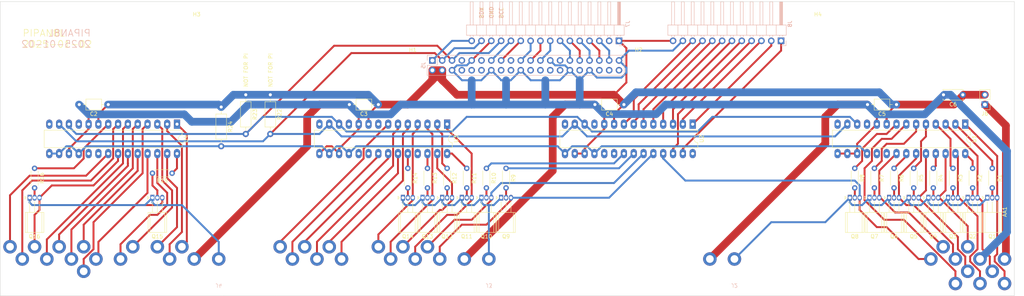
<source format=kicad_pcb>
(kicad_pcb (version 20221018) (generator pcbnew)
  (layers (0 "F.Cu" signal) (31 "B.Cu" signal) (34 "B.Paste" user) (35 "F.Paste" user) (36 "B.SilkS" user "B.Silkscreen") (37 "F.SilkS" user "F.Silkscreen") (38 "B.Mask" user) (39 "F.Mask" user) (44 "Edge.Cuts" user))
  (net 0 "")
  (net 1 "GND")
  (net 2 "/AA2+5")
  (net 3 "/BA2+5")
  (net 4 "/CA2+5")
  (net 5 "/DA2+5")
  (net 7 "VCC")
  (net 22 "/SDA")
  (net 23 "/SCL")
  (net 32 "/V3.3")
  (net 33 "/GPIO9")
  (net 34 "/GPIO11")
  (net 35 "/GPIO5")
  (net 36 "/GPIO6")
  (net 37 "/GPIO13")
  (net 38 "/GPIO19")
  (net 39 "/GPIO26")
  (net 40 "/GPIO17")
  (net 41 "/GPIO27")
  (net 42 "/GPIO22")
  (net 43 "/GPIO10")
  (net 44 "/RMPRT")
  (net 45 "/RDFLD")
  (net 46 "/RIFLD")
  (net 52 "/MPRT")
  (net 53 "/DFLD")
  (net 54 "/IFLD")
  (net 55 "/SR04")
  (net 56 "/SR03")
  (net 57 "/LINK")
  (net 58 "/SR02")
  (net 59 "/SR01")
  (net 60 "/SR00")
  (net 61 "/SR09")
  (net 62 "/SR10")
  (net 63 "/SR08")
  (net 64 "/SR07")
  (net 65 "/SR06")
  (net 66 "/SR05")
  (net 67 "/FET")
  (net 68 "/IR00")
  (net 69 "/ION")
  (net 70 "/PARE")
  (net 71 "/EXE")
  (net 72 "/IR01")
  (net 73 "/IR02")
  (net 74 "/DEF")
  (net 75 "/PRTE")
  (net 76 "/WCT")
  (net 77 "/CAD")
  (net 78 "/SR11")
  (net 79 "/BNCY")
  (net 80 "/STOP")
  (net 81 "/CONT")
  (net 82 "/STRT")
  (net 83 "/LDAD")
  (net 84 "/STEP")
  (net 85 "/EXAM")
  (net 86 "/DEPO")
  (net 87 "Net-(Q1-B)")
  (net 88 "Net-(Q2-B)")
  (net 89 "Net-(Q3-B)")
  (net 90 "Net-(Q4-B)")
  (net 91 "Net-(Q5-B)")
  (net 92 "Net-(Q6-B)")
  (net 93 "Net-(Q7-B)")
  (net 94 "Net-(Q8-B)")
  (net 95 "Net-(Q9-B)")
  (net 96 "Net-(Q10-B)")
  (net 97 "Net-(Q11-B)")
  (net 98 "Net-(Q12-B)")
  (net 99 "Net-(Q13-B)")
  (net 100 "Net-(Q14-B)")
  (net 101 "Net-(Q15-B)")
  (net 102 "Net-(Q16-B)")
  (net 103 "/RSR03")
  (net 104 "/RSR04")
  (net 105 "/RSR02")
  (net 106 "/RSR01")
  (net 107 "/RSR00")
  (net 108 "/RSR09")
  (net 109 "/RSR10")
  (net 110 "/RSR08")
  (net 111 "/RSR07")
  (net 112 "/RSR06")
  (net 113 "/RSR05")
  (net 114 "/RSR11")
  (net 115 "/RSTEP")
  (net 116 "/PULLUP")
  (net 117 "Net-(J8-Pin_2)")
  (net 118 "Net-(J8-Pin_4)")
  (net 119 "Net-(J8-Pin_10)")
  (net 120 "Net-(J8-Pin_1)")
  (net 121 "Net-(J8-Pin_3)")
  (net 122 "Net-(J8-Pin_5)")
  (net 123 "Net-(J8-Pin_7)")
  (net 124 "Net-(J8-Pin_9)")
  (net 125 "Net-(J8-Pin_6)")
  (net 126 "Net-(J8-Pin_8)")
  (footprint "Capacitor_THT:C_Axial_L3.8mm_D2.6mm_P7.50mm_Horizontal" (layer "F.Cu") (at 27.94 26.67 180)
    (fp_text reference "C2")
    (fp_text value "0.1u")
  )
  (footprint "MountingHole:MountingHole_8.4mm_M8" (layer "F.Cu") (at 50.8 12.7)
    (fp_text reference "H3")
    (fp_text value "MountingHole")
  )
  (footprint "Resistor_THT:R_Axial_DIN0204_L3.6mm_D1.6mm_P5.08mm_Horizontal" (layer "F.Cu") (at 241.3 43.18 -90)
    (fp_text reference "R4")
    (fp_text value "4.7K")
  )
  (footprint "Package_TO_SOT_THT:TO-92_Inline_W4.0mm_Horizontal_FlatSideDown" (layer "F.Cu") (at 104.14 50.8)
    (fp_text reference "Q14")
    (fp_text value "2N3906")
  )
  (footprint "Resistor_THT:R_Axial_DIN0204_L3.6mm_D1.6mm_P5.08mm_Horizontal" (layer "F.Cu") (at 220.98 43.18 -90)
    (fp_text reference "R8")
    (fp_text value "4.7K")
  )
  (footprint "Package_TO_SOT_THT:TO-92_Inline_W4.0mm_Horizontal_FlatSideDown" (layer "F.Cu") (at 114.3 50.8)
    (fp_text reference "Q12")
    (fp_text value "2N3906")
  )
  (footprint "Resistor_THT:R_Axial_DIN0204_L3.6mm_D1.6mm_P5.08mm_Horizontal" (layer "F.Cu") (at 8.89 43.18 -90)
    (fp_text reference "R16")
    (fp_text value "4.7K")
  )
  (footprint "Connector_PinHeader_2.54mm:PinHeader_1x02_P2.54mm_Vertical" (layer "F.Cu") (at 254.635 26.67 180)
    (fp_text reference "J6")
    (fp_text value "Conn_01x02_Pin")
  )
  (footprint "Package_DIP:DIP-28_W7.62mm_LongPads" (layer "F.Cu") (at 179.07 31.75 -90)
    (fp_text reference "U2")
    (fp_text value "MCP23017")
  )
  (footprint "Resistor_THT:R_Axial_DIN0204_L3.6mm_D1.6mm_P5.08mm_Horizontal" (layer "F.Cu") (at 110.49 43.18 -90)
    (fp_text reference "R13")
    (fp_text value "4.7K")
  )
  (footprint "Capacitor_THT:C_Axial_L3.8mm_D2.6mm_P7.50mm_Horizontal" (layer "F.Cu") (at 161.29 26.67 180)
    (fp_text reference "C4")
    (fp_text value "0.1u")
  )
  (footprint "Package_TO_SOT_THT:TO-92_Inline_W4.0mm_Horizontal_FlatSideDown" (layer "F.Cu") (at 224.79 50.8)
    (fp_text reference "Q7")
    (fp_text value "2N3906")
  )
  (footprint "Capacitor_THT:C_Axial_L3.8mm_D2.6mm_P7.50mm_Horizontal" (layer "F.Cu") (at 97.79 26.67 180)
    (fp_text reference "C3")
    (fp_text value "0.1u")
  )
  (footprint "Resistor_THT:R_Axial_DIN0204_L3.6mm_D1.6mm_P5.08mm_Horizontal" (layer "F.Cu") (at 105.41 43.18 -90)
    (fp_text reference "R14")
    (fp_text value "4.7K")
  )
  (footprint "Resistor_THT:R_Axial_DIN0204_L3.6mm_D1.6mm_P5.08mm_Horizontal" (layer "F.Cu") (at 251.46 43.18 -90)
    (fp_text reference "R2")
    (fp_text value "4.7K")
  )
  (footprint "Resistor_THT:R_Axial_DIN0204_L3.6mm_D1.6mm_P5.08mm_Horizontal" (layer "F.Cu") (at 115.57 43.18 -90)
    (fp_text reference "R12")
    (fp_text value "4.7K")
  )
  (footprint "MountingHole:MountingHole_8.4mm_M8" (layer "F.Cu") (at 211.455 12.7)
    (fp_text reference "H4")
    (fp_text value "MountingHole")
  )
  (footprint "Package_TO_SOT_THT:TO-92_Inline_W4.0mm_Horizontal_FlatSideDown" (layer "F.Cu") (at 109.22 50.8)
    (fp_text reference "Q13")
    (fp_text value "2N3906")
  )
  (footprint "Package_DIP:DIP-28_W7.62mm_LongPads" (layer "F.Cu") (at 115.57 31.75 -90)
    (fp_text reference "U3")
    (fp_text value "MCP23017")
  )
  (footprint "Package_TO_SOT_THT:TO-92_Inline_W4.0mm_Horizontal_FlatSideDown" (layer "F.Cu") (at 250.19 50.8)
    (fp_text reference "Q2")
    (fp_text value "2N3906")
  )
  (footprint "Capacitor_THT:C_Disc_D5.0mm_W2.5mm_P5.00mm" (layer "F.Cu") (at 248.92 24.13 180)
    (fp_text reference "C6")
    (fp_text value "10u")
  )
  (footprint "Package_TO_SOT_THT:TO-92_Inline_W4.0mm_Horizontal_FlatSideDown" (layer "F.Cu") (at 234.95 50.8)
    (fp_text reference "Q5")
    (fp_text value "2N3906")
  )
  (footprint "Package_TO_SOT_THT:TO-92_Inline_W4.0mm_Horizontal_FlatSideDown" (layer "F.Cu") (at 39.37 50.8)
    (fp_text reference "Q15")
    (fp_text value "2N3906")
  )
  (footprint "Resistor_THT:R_Axial_DIN0204_L3.6mm_D1.6mm_P5.08mm_Horizontal" (layer "F.Cu") (at 130.81 43.18 -90)
    (fp_text reference "R9")
    (fp_text value "4.7K")
  )
  (footprint "Resistor_THT:R_Axial_DIN0204_L3.6mm_D1.6mm_P5.08mm_Horizontal" (layer "F.Cu") (at 125.73 43.18 -90)
    (fp_text reference "R10")
    (fp_text value "4.7K")
  )
  (footprint "MountingHole:MountingHole_3mm" (layer "F.Cu") (at 106.68 16.51)
    (fp_text reference "H1")
    (fp_text value "MountingHole")
  )
  (footprint "MountingHole:MountingHole_3mm" (layer "F.Cu") (at 165.1 16.51)
    (fp_text reference "H2")
    (fp_text value "MountingHole")
  )
  (footprint "Resistor_THT:R_Axial_DIN0207_L6.3mm_D2.5mm_P10.16mm_Horizontal" (layer "F.Cu") (at 63.5 24.13 -90)
    (fp_text reference "R23")
    (fp_text value "1K")
  )
  (footprint "Package_DIP:DIP-28_W7.62mm_LongPads" (layer "F.Cu") (at 249.555 31.75 -90)
    (fp_text reference "U1")
    (fp_text value "MCP23017")
  )
  (footprint "Package_TO_SOT_THT:TO-92_Inline_W4.0mm_Horizontal_FlatSideDown" (layer "F.Cu") (at 255.27 50.8)
    (fp_text reference "Q1")
    (fp_text value "2N3906")
  )
  (footprint "Resistor_THT:R_Axial_DIN0207_L6.3mm_D2.5mm_P10.16mm_Horizontal" (layer "F.Cu") (at 69.85 24.13 -90)
    (fp_text reference "R22")
    (fp_text value "1K")
  )
  (footprint "Resistor_THT:R_Axial_DIN0204_L3.6mm_D1.6mm_P5.08mm_Horizontal" (layer "F.Cu") (at 246.38 43.18 -90)
    (fp_text reference "R3")
    (fp_text value "4.7K")
  )
  (footprint "Resistor_THT:R_Axial_DIN0204_L3.6mm_D1.6mm_P5.08mm_Horizontal" (layer "F.Cu") (at 120.65 43.18 -90)
    (fp_text reference "R11")
    (fp_text value "4.7K")
  )
  (footprint "Package_TO_SOT_THT:TO-92_Inline_W4.0mm_Horizontal_FlatSideDown" (layer "F.Cu") (at 219.71 50.8)
    (fp_text reference "Q8")
    (fp_text value "2N3906")
  )
  (footprint "Package_TO_SOT_THT:TO-92_Inline_W4.0mm_Horizontal_FlatSideDown" (layer "F.Cu") (at 240.03 50.8)
    (fp_text reference "Q4")
    (fp_text value "2N3906")
  )
  (footprint "Resistor_THT:R_Axial_DIN0204_L3.6mm_D1.6mm_P5.08mm_Horizontal" (layer "F.Cu") (at 231.14 43.18 -90)
    (fp_text reference "R6")
    (fp_text value "4.7K")
  )
  (footprint "Package_DIP:DIP-28_W7.62mm_LongPads" (layer "F.Cu") (at 45.72 31.75 -90)
    (fp_text reference "U4")
    (fp_text value "MCP23017")
  )
  (footprint "Package_TO_SOT_THT:TO-92_Inline_W4.0mm_Horizontal_FlatSideDown" (layer "F.Cu") (at 119.38 50.8)
    (fp_text reference "Q11")
    (fp_text value "2N3906")
  )
  (footprint "Resistor_THT:R_Axial_DIN0204_L3.6mm_D1.6mm_P5.08mm_Horizontal" (layer "F.Cu") (at 236.22 43.18 -90)
    (fp_text reference "R5")
    (fp_text value "4.7K")
  )
  (footprint "Resistor_THT:R_Axial_DIN0204_L3.6mm_D1.6mm_P5.08mm_Horizontal" (layer "F.Cu") (at 256.54 43.18 -90)
    (fp_text reference "R1")
    (fp_text value "4.7K")
  )
  (footprint "Package_TO_SOT_THT:TO-92_Inline_W4.0mm_Horizontal_FlatSideDown" (layer "F.Cu") (at 129.54 50.8)
    (fp_text reference "Q9")
    (fp_text value "2N3906")
  )
  (footprint "Resistor_THT:R_Axial_DIN0207_L6.3mm_D2.5mm_P10.16mm_Horizontal" (layer "F.Cu") (at 57.15 27.305 -90)
    (fp_text reference "R24")
    (fp_text value "2.2K")
  )
  (footprint "Resistor_THT:R_Axial_DIN0204_L3.6mm_D1.6mm_P5.08mm_Horizontal" (layer "F.Cu") (at 44.45 44.45 180)
    (fp_text reference "R15")
    (fp_text value "4.7K")
  )
  (footprint "Package_TO_SOT_THT:TO-92_Inline_W4.0mm_Horizontal_FlatSideDown" (layer "F.Cu") (at 124.46 50.8)
    (fp_text reference "Q10")
    (fp_text value "2N3906")
  )
  (footprint "Package_TO_SOT_THT:TO-92_Inline_W4.0mm_Horizontal_FlatSideDown" (layer "F.Cu") (at 7.62 50.8)
    (fp_text reference "Q16")
    (fp_text value "2N3906")
  )
  (footprint "Package_TO_SOT_THT:TO-92_Inline_W4.0mm_Horizontal_FlatSideDown" (layer "F.Cu") (at 229.87 50.8)
    (fp_text reference "Q6")
    (fp_text value "2N3906")
  )
  (footprint "Capacitor_THT:C_Axial_L3.8mm_D2.6mm_P7.50mm_Horizontal" (layer "F.Cu") (at 231.775 26.67 180)
    (fp_text reference "C5")
    (fp_text value "0.1u")
  )
  (footprint "Resistor_THT:R_Axial_DIN0204_L3.6mm_D1.6mm_P5.08mm_Horizontal" (layer "F.Cu") (at 226.06 43.18 -90)
    (fp_text reference "R7")
    (fp_text value "4.7K")
  )
  (footprint "Package_TO_SOT_THT:TO-92_Inline_W4.0mm_Horizontal_FlatSideDown" (layer "F.Cu") (at 245.11 50.8)
    (fp_text reference "Q3")
    (fp_text value "2N3906")
  )
  (footprint "Connector_PinHeader_2.54mm:PinHeader_1x12_P2.54mm_Horizontal" (layer "B.Cu") (at 201.93 10.16 90)
    (fp_text reference "J8")
    (fp_text value "Conn_01x12")
  )
  (footprint "mypipan8lfoots:backpins-D" (layer "B.Cu") (at 56.515 73.025)
    (fp_text reference "J4")
    (fp_text value "2x18edgecon")
  )
  (footprint "mypipan8lfoots:backpins-B" (layer "B.Cu") (at 189.865 73.025)
    (fp_text reference "J2")
    (fp_text value "2x18edgecon")
  )
  (footprint "mypipan8lfoots:backpins-C" (layer "B.Cu") (at 126.365 73.025)
    (fp_text reference "J3")
    (fp_text value "2x18edgecon")
  )
  (footprint "Connector_PinHeader_2.54mm:PinHeader_2x20_P2.54mm_Vertical" (layer "B.Cu") (at 111.76 15.24 -90)
    (fp_text reference "J5")
    (fp_text value "Conn_02x20_Odd_Even")
  )
  (footprint "mypipan8lfoots:backpins-A" (layer "B.Cu") (at 259.715 73.025)
    (fp_text reference "J1")
    (fp_text value "2x18edgecon")
  )
  (footprint "Connector_PinHeader_2.54mm:PinHeader_1x16_P2.54mm_Horizontal" (layer "B.Cu") (at 160.02 10.16 90)
    (fp_text reference "J7")
    (fp_text value "Conn_01x16")
  )
  (gr_line (start 262.255 76.2) (end 260.985 76.2) (stroke (width 0.1)) (layer "Edge.Cuts"))
  (gr_line (start 204.47 76.2) (end 260.985 76.2) (stroke (width 0.1)) (layer "Edge.Cuts"))
  (gr_line (start 191.135 76.2) (end 204.47 76.2) (stroke (width 0.1)) (layer "Edge.Cuts"))
  (gr_line (start 262.255 0) (end 0 0) (stroke (width 0.1)) (layer "Edge.Cuts"))
  (gr_line (start 134.62 76.2) (end 191.135 76.2) (stroke (width 0.1)) (layer "Edge.Cuts"))
  (gr_line (start 1.27 76.2) (end 57.785 76.2) (stroke (width 0.1)) (layer "Edge.Cuts"))
  (gr_line (start 57.785 76.2) (end 71.12 76.2) (stroke (width 0.1)) (layer "Edge.Cuts"))
  (gr_line (start 71.12 76.2) (end 127.635 76.2) (stroke (width 0.1)) (layer "Edge.Cuts"))
  (gr_line (start 262.255 55.88) (end 262.255 0) (stroke (width 0.1)) (layer "Edge.Cuts"))
  (gr_line (start 0 55.88) (end 0 76.2) (stroke (width 0.1)) (layer "Edge.Cuts"))
  (gr_line (start 262.255 55.88) (end 262.255 76.2) (stroke (width 0.1)) (layer "Edge.Cuts"))
  (gr_line (start 0 0) (end 0 55.88) (stroke (width 0.1)) (layer "Edge.Cuts"))
  (gr_line (start 127.635 76.2) (end 134.62 76.2) (stroke (width 0.1)) (layer "Edge.Cuts"))
  (gr_line (start 0 76.2) (end 1.27 76.2) (stroke (width 0.1)) (layer "Edge.Cuts"))
  (gr_text "SCL" (at 128.905 4.445 -90) (layer "B.SilkS") (effects (font (size 1 1)) (justify left bottom mirror)))
  (gr_text "PIPAN8L\n2025-01-02" (at 23.495 12.065) (layer "B.SilkS") (effects (font (size 1.778 1.778)) (justify left bottom mirror)))
  (gr_text "SDA" (at 123.825 4.445 -90) (layer "B.SilkS") (effects (font (size 1 1)) (justify left bottom mirror)))
  (gr_text "GND" (at 126.365 4.445 -90) (layer "B.SilkS") (effects (font (size 1 1)) (justify left bottom mirror)))
  (gr_text "AA1" (at 260.35 55.88 90) (layer "F.SilkS") (effects (font (size 1 1)) (justify left bottom)))
  (gr_text "NOT FOR PI" (at 64.135 22.225 90) (layer "F.SilkS") (effects (font (size 1 1)) (justify left bottom)))
  (gr_text "PIPAN8L\n2025-01-02" (at 5.715 12.065) (layer "F.SilkS") (effects (font (size 1.778 1.778)) (justify left bottom)))
  (gr_text "SCL" (at 130.175 4.445 90) (layer "F.SilkS") (effects (font (size 1 1)) (justify left bottom)))
  (gr_text "SDA" (at 125.095 4.445 90) (layer "F.SilkS") (effects (font (size 1 1)) (justify left bottom)))
  (gr_text "GND" (at 127.635 4.445 90) (layer "F.SilkS") (effects (font (size 1 1)) (justify left bottom)))
  (gr_text "NOT FOR PI" (at 70.485 22.225 90) (layer "F.SilkS") (effects (font (size 1 1)) (justify left bottom)))
  (segment (start 221.605 39.355) (end 221.605 36.815) (width 0.5) (layer "F.Cu") (net 1))
  (segment (start 22.85 31.735) (end 22.85 29.14) (width 0.5) (layer "F.Cu") (net 1))
  (segment (start 213.36 29.845) (end 216.535 26.67) (width 2) (layer "F.Cu") (net 1))
  (segment (start 216.535 26.67) (end 224.215 26.67) (width 2) (layer "F.Cu") (net 1))
  (segment (start 87.62 38.1) (end 92.7 33.02) (width 0.5) (layer "F.Cu") (net 1))
  (segment (start 22.85 33.03) (end 22.85 31.735) (width 0.5) (layer "F.Cu") (net 1))
  (segment (start 120.015 66.675) (end 142.875 43.815) (width 2) (layer "F.Cu") (net 1))
  (segment (start 84.4425 37.4525) (end 82.54 39.355) (width 0.5) (layer "F.Cu") (net 1))
  (segment (start 219.065 39.355) (end 221.605 39.355) (width 0.5) (layer "F.Cu") (net 1))
  (segment (start 226.685 29.14) (end 224.215 26.67) (width 0.5) (layer "F.Cu") (net 1))
  (segment (start 148.58 39.355) (end 151.12 39.355) (width 0.5) (layer "F.Cu") (net 1))
  (segment (start 151.12 39.355) (end 151.12 38.1) (width 0.5) (layer "F.Cu") (net 1))
  (segment (start 146.05 26.67) (end 153.73 26.67) (width 2) (layer "F.Cu") (net 1))
  (segment (start 85.73 37.465) (end 84.455 37.465) (width 0.5) (layer "F.Cu") (net 1))
  (segment (start 213.36 36.83) (end 213.36 29.845) (width 2) (layer "F.Cu") (net 1))
  (segment (start 82.55 26.67) (end 90.23 26.67) (width 2) (layer "F.Cu") (net 1))
  (segment (start 142.875 29.845) (end 146.05 26.67) (width 2) (layer "F.Cu") (net 1))
  (segment (start 151.12 38.1) (end 156.2 33.02) (width 0.5) (layer "F.Cu") (net 1))
  (segment (start 92.7 31.735) (end 92.7 29.14) (width 0.5) (layer "F.Cu") (net 1))
  (segment (start 156.2 33.02) (end 156.2 31.735) (width 0.5) (layer "F.Cu") (net 1))
  (segment (start 183.515 66.675) (end 213.36 36.83) (width 2) (layer "F.Cu") (net 1))
  (segment (start 226.685 31.735) (end 226.685 29.14) (width 0.5) (layer "F.Cu") (net 1))
  (segment (start 79.375 29.845) (end 82.55 26.67) (width 2) (layer "F.Cu") (net 1))
  (segment (start 92.7 33.02) (end 92.7 31.735) (width 0.5) (layer "F.Cu") (net 1))
  (segment (start 127 10.16) (end 121.92 15.24) (width 0.5) (layer "F.Cu") (net 1))
  (segment (start 87.62 39.355) (end 87.62 38.1) (width 0.5) (layer "F.Cu") (net 1))
  (segment (start 221.605 36.815) (end 226.685 31.735) (width 0.5) (layer "F.Cu") (net 1))
  (segment (start 92.7 29.14) (end 90.23 26.67) (width 0.5) (layer "F.Cu") (net 1))
  (segment (start 79.375 37.465) (end 79.375 29.845) (width 2) (layer "F.Cu") (net 1))
  (segment (start 142.875 43.815) (end 142.875 29.845) (width 2) (layer "F.Cu") (net 1))
  (segment (start 87.62 39.355) (end 85.73 37.465) (width 0.5) (layer "F.Cu") (net 1))
  (segment (start 156.2 29.14) (end 153.73 26.67) (width 0.5) (layer "F.Cu") (net 1))
  (segment (start 17.77 38.11) (end 22.85 33.03) (width 0.5) (layer "F.Cu") (net 1))
  (segment (start 50.165 66.675) (end 79.375 37.465) (width 2) (layer "F.Cu") (net 1))
  (segment (start 156.2 31.735) (end 156.2 29.14) (width 0.5) (layer "F.Cu") (net 1))
  (segment (start 216.525 39.355) (end 219.065 39.355) (width 0.5) (layer "F.Cu") (net 1))
  (segment (start 22.85 29.14) (end 20.38 26.67) (width 0.5) (layer "F.Cu") (net 1))
  (segment (start 17.77 39.355) (end 17.77 38.11) (width 0.5) (layer "F.Cu") (net 1))
  (segment (start 84.455 37.465) (end 84.4425 37.4525) (width 0.5) (layer "F.Cu") (net 1))
  (segment (start 129.54 20.38) (end 130.81 20.38) (width 0.5) (layer "B.Cu") (net 1))
  (segment (start 47.625 29.21) (end 22.92 29.21) (width 2) (layer "B.Cu") (net 1))
  (segment (start 59.69 31.115) (end 64.135 26.67) (width 2) (layer "B.Cu") (net 1))
  (segment (start 149.92 20.26) (end 149.8 20.26) (width 0.5) (layer "B.Cu") (net 1))
  (segment (start 129.54 20.38) (end 129.54 20.32) (width 0.5) (layer "B.Cu") (net 1))
  (segment (start 149.86 20.32) (end 149.86 26.67) (width 2) (layer "B.Cu") (net 1))
  (segment (start 245.745 24.13) (end 244.14 24.13) (width 2) (layer "B.Cu") (net 1))
  (segment (start 132.02 20.38) (end 134.62 17.78) (width 0.5) (layer "B.Cu") (net 1))
  (segment (start 130.81 26.67) (end 130.81 20.38) (width 2) (layer "B.Cu") (net 1))
  (segment (start 172.085 26.67) (end 224.215 26.67) (width 2) (layer "B.Cu") (net 1))
  (segment (start 154.305 19.685) (end 152.4 17.78) (width 0.5) (layer "B.Cu") (net 1))
  (segment (start 118.11 16.51) (end 116.84 17.78) (width 0.5) (layer "B.Cu") (net 1))
  (segment (start 103.505 26.67) (end 100.965 29.21) (width 2) (layer "B.Cu") (net 1))
  (segment (start 161.925 18.415) (end 160.655 19.685) (width 0.5) (layer "B.Cu") (net 1))
  (segment (start 90.835 27.275) (end 90.23 26.67) (width 2) (layer "B.Cu") (net 1))
  (segment (start 146.05 16.51) (end 147.32 17.78) (width 0.5) (layer "B.Cu") (net 1))
  (segment (start 253.365 66.675) (end 260.35 59.69) (width 2) (layer "B.Cu") (net 1))
  (segment (start 130.81 26.67) (end 122.555 26.67) (width 2) (layer "B.Cu") (net 1))
  (segment (start 153.73 26.67) (end 149.86 26.67) (width 2) (layer "B.Cu") (net 1))
  (segment (start 59.69 31.115) (end 49.53 31.115) (width 2) (layer "B.Cu") (net 1))
  (segment (start 64.135 26.67) (end 90.23 26.67) (width 2) (layer "B.Cu") (net 1))
  (segment (start 120.65 16.51) (end 118.11 16.51) (width 0.5) (layer "B.Cu") (net 1))
  (segment (start 121.92 20.38) (end 122.555 20.38) (width 0.5) (layer "B.Cu") (net 1))
  (segment (start 176.535 10.09) (end 173.925 12.7) (width 0.5) (layer "B.Cu") (net 1))
  (segment (start 226.755 29.21) (end 224.215 26.67) (width 2) (layer "B.Cu") (net 1))
  (segment (start 156.2 29.14) (end 169.615 29.14) (width 2) (layer "B.Cu") (net 1))
  (segment (start 169.615 29.14) (end 172.085 26.67) (width 2) (layer "B.Cu") (net 1))
  (segment (start 122.555 26.67) (end 121.92 26.67) (width 2) (layer "B.Cu") (net 1))
  (segment (start 143.51 16.51) (end 146.05 16.51) (width 0.5) (layer "B.Cu") (net 1))
  (segment (start 239.06 29.21) (end 226.755 29.21) (width 2) (layer "B.Cu") (net 1))
  (segment (start 140.97 26.67) (end 140.97 20.38) (width 2) (layer "B.Cu") (net 1))
  (segment (start 92.77 29.21) (end 90.835 27.275) (width 2) (layer "B.Cu") (net 1))
  (segment (start 121.92 15.24) (end 120.65 16.51) (width 0.5) (layer "B.Cu") (net 1))
  (segment (start 144.72 20.38) (end 147.32 17.78) (width 0.5) (layer "B.Cu") (net 1))
  (segment (start 22.92 29.21) (end 20.38 26.67) (width 2) (layer "B.Cu") (net 1))
  (segment (start 142.24 15.24) (end 143.51 16.51) (width 0.5) (layer "B.Cu") (net 1))
  (segment (start 160.655 19.685) (end 154.305 19.685) (width 0.5) (layer "B.Cu") (net 1))
  (segment (start 152.4 17.78) (end 149.92 20.26) (width 0.5) (layer "B.Cu") (net 1))
  (segment (start 137.16 20.38) (end 140.97 20.38) (width 0.5) (layer "B.Cu") (net 1))
  (segment (start 121.92 26.67) (end 121.92 20.38) (width 2) (layer "B.Cu") (net 1))
  (segment (start 149.86 20.32) (end 149.8 20.26) (width 0.5) (layer "B.Cu") (net 1))
  (segment (start 100.965 29.21) (end 92.77 29.21) (width 2) (layer "B.Cu") (net 1))
  (segment (start 130.81 20.38) (end 132.02 20.38) (width 0.5) (layer "B.Cu") (net 1))
  (segment (start 244.14 24.13) (end 239.06 29.21) (width 2) (layer "B.Cu") (net 1))
  (segment (start 173.925 12.7) (end 162.56 12.7) (width 0.5) (layer "B.Cu") (net 1))
  (segment (start 149.86 26.67) (end 140.97 26.67) (width 2) (layer "B.Cu") (net 1))
  (segment (start 260.35 38.735) (end 245.745 24.13) (width 2) (layer "B.Cu") (net 1))
  (segment (start 122.555 20.38) (end 124.4 20.38) (width 0.5) (layer "B.Cu") (net 1))
  (segment (start 124.4 20.38) (end 127 17.78) (width 0.5) (layer "B.Cu") (net 1))
  (segment (start 49.53 31.115) (end 47.625 29.21) (width 2) (layer "B.Cu") (net 1))
  (segment (start 260.35 59.69) (end 260.35 38.735) (width 2) (layer "B.Cu") (net 1))
  (segment (start 119.44 20.38) (end 121.92 20.38) (width 0.5) (layer "B.Cu") (net 1))
  (segment (start 137.16 20.38) (end 137.16 20.32) (width 0.5) (layer "B.Cu") (net 1))
  (segment (start 137.16 20.32) (end 134.62 17.78) (width 0.5) (layer "B.Cu") (net 1))
  (segment (start 226.685 29.21) (end 226.685 29.14) (width 0.5) (layer "B.Cu") (net 1))
  (segment (start 226.685 29.14) (end 224.215 26.67) (width 0.5) (layer "B.Cu") (net 1))
  (segment (start 162.56 12.7) (end 160.02 15.24) (width 0.5) (layer "B.Cu") (net 1))
  (segment (start 129.54 20.32) (end 127 17.78) (width 0.5) (layer "B.Cu") (net 1))
  (segment (start 161.925 17.145) (end 161.925 18.415) (width 0.5) (layer "B.Cu") (net 1))
  (segment (start 103.505 26.67) (end 121.92 26.67) (width 2) (layer "B.Cu") (net 1))
  (segment (start 140.97 20.38) (end 144.72 20.38) (width 0.5) (layer "B.Cu") (net 1))
  (segment (start 140.97 26.67) (end 130.81 26.67) (width 2) (layer "B.Cu") (net 1))
  (segment (start 147.32 17.78) (end 149.8 20.26) (width 0.5) (layer "B.Cu") (net 1))
  (segment (start 153.73 26.67) (end 156.2 29.14) (width 2) (layer "B.Cu") (net 1))
  (segment (start 160.02 15.24) (end 161.925 17.145) (width 0.5) (layer "B.Cu") (net 1))
  (segment (start 116.84 17.78) (end 119.44 20.38) (width 0.5) (layer "B.Cu") (net 1))
  (segment (start 260.405 65.405) (end 260.405 32.445) (width 0.5) (layer "F.Cu") (net 2))
  (segment (start 260.065 32.105) (end 254.635 26.675) (width 2) (layer "F.Cu") (net 2))
  (segment (start 260.405 32.445) (end 254.635 26.675) (width 0.5) (layer "F.Cu") (net 2))
  (segment (start 260.065 66.325) (end 260.065 32.105) (width 2) (layer "F.Cu") (net 2))
  (segment (start 230.525 52.705) (end 229.87 52.05) (width 0.5) (layer "B.Cu") (net 3))
  (segment (start 234.95 50.8) (end 233.045 52.705) (width 0.5) (layer "B.Cu") (net 3))
  (segment (start 220.365 52.705) (end 219.71 52.05) (width 0.5) (layer "B.Cu") (net 3))
  (segment (start 243.205 52.705) (end 240.685 52.705) (width 0.5) (layer "B.Cu") (net 3))
  (segment (start 245.765 52.705) (end 245.11 52.05) (width 0.5) (layer "B.Cu") (net 3))
  (segment (start 229.87 52.05) (end 229.87 50.8) (width 0.5) (layer "B.Cu") (net 3))
  (segment (start 240.03 52.05) (end 240.03 50.8) (width 0.5) (layer "B.Cu") (net 3))
  (segment (start 227.965 52.705) (end 225.445 52.705) (width 0.5) (layer "B.Cu") (net 3))
  (segment (start 234.95 52.05) (end 234.95 50.8) (width 0.5) (layer "B.Cu") (net 3))
  (segment (start 253.365 52.705) (end 250.845 52.705) (width 0.5) (layer "B.Cu") (net 3))
  (segment (start 213.36 57.15) (end 219.71 50.8) (width 0.5) (layer "B.Cu") (net 3))
  (segment (start 245.11 52.05) (end 245.11 50.8) (width 0.5) (layer "B.Cu") (net 3))
  (segment (start 245.11 50.8) (end 243.205 52.705) (width 0.5) (layer "B.Cu") (net 3))
  (segment (start 229.87 50.8) (end 227.965 52.705) (width 0.5) (layer "B.Cu") (net 3))
  (segment (start 250.845 52.705) (end 250.19 52.05) (width 0.5) (layer "B.Cu") (net 3))
  (segment (start 199.39 57.15) (end 213.36 57.15) (width 0.5) (layer "B.Cu") (net 3))
  (segment (start 250.19 50.8) (end 248.285 52.705) (width 0.5) (layer "B.Cu") (net 3))
  (segment (start 240.03 50.8) (end 238.125 52.705) (width 0.5) (layer "B.Cu") (net 3))
  (segment (start 240.685 52.705) (end 240.03 52.05) (width 0.5) (layer "B.Cu") (net 3))
  (segment (start 224.79 50.8) (end 222.885 52.705) (width 0.5) (layer "B.Cu") (net 3))
  (segment (start 189.865 66.675) (end 199.39 57.15) (width 0.5) (layer "B.Cu") (net 3))
  (segment (start 255.27 50.8) (end 253.365 52.705) (width 0.5) (layer "B.Cu") (net 3))
  (segment (start 238.125 52.705) (end 235.605 52.705) (width 0.5) (layer "B.Cu") (net 3))
  (segment (start 248.285 52.705) (end 245.765 52.705) (width 0.5) (layer "B.Cu") (net 3))
  (segment (start 219.71 52.05) (end 219.71 50.8) (width 0.5) (layer "B.Cu") (net 3))
  (segment (start 233.045 52.705) (end 230.525 52.705) (width 0.5) (layer "B.Cu") (net 3))
  (segment (start 224.79 52.05) (end 224.79 50.8) (width 0.5) (layer "B.Cu") (net 3))
  (segment (start 250.19 52.05) (end 250.19 50.8) (width 0.5) (layer "B.Cu") (net 3))
  (segment (start 222.885 52.705) (end 220.365 52.705) (width 0.5) (layer "B.Cu") (net 3))
  (segment (start 235.605 52.705) (end 234.95 52.05) (width 0.5) (layer "B.Cu") (net 3))
  (segment (start 225.445 52.705) (end 224.79 52.05) (width 0.5) (layer "B.Cu") (net 3))
  (segment (start 114.955 52.705) (end 114.3 52.05) (width 0.5) (layer "B.Cu") (net 4))
  (segment (start 127.635 52.705) (end 126.365 52.705) (width 0.5) (layer "B.Cu") (net 4))
  (segment (start 104.14 52.05) (end 104.14 50.8) (width 0.5) (layer "B.Cu") (net 4))
  (segment (start 109.875 52.705) (end 109.22 52.05) (width 0.5) (layer "B.Cu") (net 4))
  (segment (start 126.365 52.705) (end 125.115 52.705) (width 0.5) (layer "B.Cu") (net 4))
  (segment (start 129.54 50.8) (end 127.635 52.705) (width 0.5) (layer "B.Cu") (net 4))
  (segment (start 109.22 52.05) (end 109.22 50.8) (width 0.5) (layer "B.Cu") (net 4))
  (segment (start 122.555 52.705) (end 120.035 52.705) (width 0.5) (layer "B.Cu") (net 4))
  (segment (start 119.38 52.05) (end 119.38 50.8) (width 0.5) (layer "B.Cu") (net 4))
  (segment (start 125.115 52.705) (end 124.46 52.05) (width 0.5) (layer "B.Cu") (net 4))
  (segment (start 119.38 50.8) (end 117.475 52.705) (width 0.5) (layer "B.Cu") (net 4))
  (segment (start 112.395 52.705) (end 109.875 52.705) (width 0.5) (layer "B.Cu") (net 4))
  (segment (start 109.22 50.8) (end 107.315 52.705) (width 0.5) (layer "B.Cu") (net 4))
  (segment (start 124.46 52.05) (end 124.46 50.8) (width 0.5) (layer "B.Cu") (net 4))
  (segment (start 104.795 52.705) (end 104.14 52.05) (width 0.5) (layer "B.Cu") (net 4))
  (segment (start 117.475 52.705) (end 114.955 52.705) (width 0.5) (layer "B.Cu") (net 4))
  (segment (start 124.46 50.8) (end 122.555 52.705) (width 0.5) (layer "B.Cu") (net 4))
  (segment (start 107.315 52.705) (end 104.795 52.705) (width 0.5) (layer "B.Cu") (net 4))
  (segment (start 114.3 50.8) (end 112.395 52.705) (width 0.5) (layer "B.Cu") (net 4))
  (segment (start 120.035 52.705) (end 119.38 52.05) (width 0.5) (layer "B.Cu") (net 4))
  (segment (start 126.365 66.675) (end 126.365 52.705) (width 0.5) (layer "B.Cu") (net 4))
  (segment (start 114.3 52.05) (end 114.3 50.8) (width 0.5) (layer "B.Cu") (net 4))
  (segment (start 8.275 52.705) (end 7.62 52.05) (width 0.5) (layer "B.Cu") (net 5))
  (segment (start 7.62 52.05) (end 7.62 50.8) (width 0.5) (layer "B.Cu") (net 5))
  (segment (start 37.465 52.705) (end 8.275 52.705) (width 0.5) (layer "B.Cu") (net 5))
  (segment (start 39.37 52.05) (end 39.37 50.8) (width 0.5) (layer "B.Cu") (net 5))
  (segment (start 56.515 62.23) (end 46.99 52.705) (width 0.5) (layer "B.Cu") (net 5))
  (segment (start 46.99 52.705) (end 40.025 52.705) (width 0.5) (layer "B.Cu") (net 5))
  (segment (start 39.37 50.8) (end 37.465 52.705) (width 0.5) (layer "B.Cu") (net 5))
  (segment (start 56.515 66.675) (end 56.515 62.23) (width 0.5) (layer "B.Cu") (net 5))
  (segment (start 40.025 52.705) (end 39.37 52.05) (width 0.5) (layer "B.Cu") (net 5))
  (segment (start 111.76 17.78) (end 113.03 19.05) (width 2) (layer "F.Cu") (net 7))
  (segment (start 95.24 29.16) (end 97.73 26.67) (width 0.5) (layer "F.Cu") (net 7))
  (segment (start 95.24 31.735) (end 95.24 29.16) (width 0.5) (layer "F.Cu") (net 7))
  (segment (start 114.3 20.32) (end 114.6175 20.6375) (width 2) (layer "F.Cu") (net 7))
  (segment (start 111.76 17.78) (end 114.3 17.78) (width 2) (layer "F.Cu") (net 7))
  (segment (start 246.6 26.67) (end 231.715 26.67) (width 2) (layer "F.Cu") (net 7))
  (segment (start 105.41 26.67) (end 97.73 26.67) (width 2) (layer "F.Cu") (net 7))
  (segment (start 161.925 20.955) (end 158.75 24.13) (width 0.5) (layer "F.Cu") (net 7))
  (segment (start 111.76 20.32) (end 111.4425 20.6375) (width 2) (layer "F.Cu") (net 7))
  (segment (start 254.635 24.135) (end 249.145 24.135) (width 2) (layer "F.Cu") (net 7))
  (segment (start 158.75 29.15) (end 158.75 29.21) (width 0.5) (layer "F.Cu") (net 7))
  (segment (start 161.23 26.67) (end 158.75 29.15) (width 0.5) (layer "F.Cu") (net 7))
  (segment (start 229.235 29.15) (end 229.235 29.21) (width 0.5) (layer "F.Cu") (net 7))
  (segment (start 229.225 29.22) (end 229.225 31.735) (width 0.5) (layer "F.Cu") (net 7))
  (segment (start 249.145 24.135) (end 249.14 24.13) (width 2) (layer "F.Cu") (net 7))
  (segment (start 161.925 12.065) (end 161.925 20.955) (width 0.5) (layer "F.Cu") (net 7))
  (segment (start 111.76 17.78) (end 111.76 20.32) (width 2) (layer "F.Cu") (net 7))
  (segment (start 25.39 31.735) (end 25.39 29.16) (width 0.5) (layer "F.Cu") (net 7))
  (segment (start 160.02 10.16) (end 173.925 10.16) (width 0.5) (layer "F.Cu") (net 7))
  (segment (start 158.74 29.22) (end 158.74 31.735) (width 0.5) (layer "F.Cu") (net 7))
  (segment (start 114.6175 20.6375) (end 118.11 24.13) (width 2) (layer "F.Cu") (net 7))
  (segment (start 113.03 19.05) (end 114.6175 20.6375) (width 2) (layer "F.Cu") (net 7))
  (segment (start 160.02 10.16) (end 161.925 12.065) (width 0.5) (layer "F.Cu") (net 7))
  (segment (start 229.235 29.21) (end 229.225 29.22) (width 0.5) (layer "F.Cu") (net 7))
  (segment (start 118.11 24.13) (end 158.69 24.13) (width 2) (layer "F.Cu") (net 7))
  (segment (start 114.3 17.78) (end 111.4425 20.6375) (width 2) (layer "F.Cu") (net 7))
  (segment (start 114.3 17.78) (end 114.3 20.32) (width 2) (layer "F.Cu") (net 7))
  (segment (start 111.4425 20.6375) (end 105.41 26.67) (width 2) (layer "F.Cu") (net 7))
  (segment (start 158.69 24.13) (end 159.355 24.795) (width 2) (layer "F.Cu") (net 7))
  (segment (start 159.355 24.795) (end 161.23 26.67) (width 2) (layer "F.Cu") (net 7))
  (segment (start 158.75 29.21) (end 158.74 29.22) (width 0.5) (layer "F.Cu") (net 7))
  (segment (start 249.14 24.13) (end 246.6 26.67) (width 2) (layer "F.Cu") (net 7))
  (segment (start 25.39 29.16) (end 27.88 26.67) (width 0.5) (layer "F.Cu") (net 7))
  (segment (start 229.225 29.16) (end 231.715 26.67) (width 0.5) (layer "F.Cu") (net 7))
  (segment (start 229.225 31.735) (end 229.225 29.16) (width 0.5) (layer "F.Cu") (net 7))
  (segment (start 158.75 24.13) (end 158.69 24.13) (width 0.5) (layer "F.Cu") (net 7))
  (segment (start 63.5 24.13) (end 60.325 24.13) (width 2) (layer "B.Cu") (net 7))
  (segment (start 56.515 26.67) (end 27.88 26.67) (width 2) (layer "B.Cu") (net 7))
  (segment (start 227.33 23.495) (end 164.405 23.495) (width 2) (layer "B.Cu") (net 7))
  (segment (start 60.325 24.13) (end 57.15 27.305) (width 2) (layer "B.Cu") (net 7))
  (segment (start 57.15 27.305) (end 56.515 26.67) (width 2) (layer "B.Cu") (net 7))
  (segment (start 230.505 26.67) (end 227.33 23.495) (width 2) (layer "B.Cu") (net 7))
  (segment (start 69.85 24.13) (end 63.5 24.13) (width 2) (layer "B.Cu") (net 7))
  (segment (start 97.73 26.67) (end 95.19 24.13) (width 2) (layer "B.Cu") (net 7))
  (segment (start 164.405 23.495) (end 161.23 26.67) (width 2) (layer "B.Cu") (net 7))
  (segment (start 95.19 24.13) (end 69.85 24.13) (width 2) (layer "B.Cu") (net 7))
  (segment (start 231.715 26.67) (end 230.505 26.67) (width 2) (layer "B.Cu") (net 7))
  (segment (start 114.3 15.24) (end 112.395 13.335) (width 0.5) (layer "F.Cu") (net 22))
  (segment (start 69.85 34.29) (end 90.805 13.335) (width 0.5) (layer "F.Cu") (net 22))
  (segment (start 112.395 13.335) (end 90.805 13.335) (width 0.5) (layer "F.Cu") (net 22))
  (segment (start 85.08 31.735) (end 82.5375 34.2775) (width 0.5) (layer "B.Cu") (net 22))
  (segment (start 69.85 34.29) (end 67.945 36.195) (width 0.5) (layer "B.Cu") (net 22))
  (segment (start 215.875 34.925) (end 151.765 34.925) (width 0.5) (layer "B.Cu") (net 22))
  (segment (start 85.08 31.735) (end 88.27 34.925) (width 0.5) (layer "B.Cu") (net 22))
  (segment (start 114.3 15.24) (end 117.475 12.065) (width 0.5) (layer "B.Cu") (net 22))
  (segment (start 88.27 34.925) (end 145.39 34.925) (width 0.5) (layer "B.Cu") (net 22))
  (segment (start 19.69 36.195) (end 15.23 31.735) (width 0.5) (layer "B.Cu") (net 22))
  (segment (start 69.85 34.29) (end 82.525 34.29) (width 0.5) (layer "B.Cu") (net 22))
  (segment (start 122.555 12.065) (end 124.46 10.16) (width 0.5) (layer "B.Cu") (net 22))
  (segment (start 151.765 34.92) (end 148.58 31.735) (width 0.5) (layer "B.Cu") (net 22))
  (segment (start 219.065 31.735) (end 215.875 34.925) (width 0.5) (layer "B.Cu") (net 22))
  (segment (start 67.945 36.195) (end 19.69 36.195) (width 0.5) (layer "B.Cu") (net 22))
  (segment (start 148.58 31.735) (end 145.39 34.925) (width 0.5) (layer "B.Cu") (net 22))
  (segment (start 82.525 34.29) (end 82.5375 34.2775) (width 0.5) (layer "B.Cu") (net 22))
  (segment (start 117.475 12.065) (end 122.555 12.065) (width 0.5) (layer "B.Cu") (net 22))
  (segment (start 151.765 34.925) (end 151.765 34.92) (width 0.5) (layer "B.Cu") (net 22))
  (segment (start 86.36 11.43) (end 63.5 34.29) (width 0.5) (layer "F.Cu") (net 23))
  (segment (start 116.84 15.24) (end 113.03 11.43) (width 0.5) (layer "F.Cu") (net 23))
  (segment (start 113.03 11.43) (end 86.36 11.43) (width 0.5) (layer "F.Cu") (net 23))
  (segment (start 126.365 13.335) (end 129.54 10.16) (width 0.5) (layer "B.Cu") (net 23))
  (segment (start 17.77 32.375) (end 19.685 34.29) (width 0.5) (layer "B.Cu") (net 23))
  (segment (start 153.035 33.65) (end 151.12 31.735) (width 0.5) (layer "B.Cu") (net 23))
  (segment (start 120.65 29.845) (end 116.84 33.655) (width 0.5) (layer "B.Cu") (net 23))
  (segment (start 63.5 34.29) (end 67.945 29.845) (width 0.5) (layer "B.Cu") (net 23))
  (segment (start 116.84 15.24) (end 118.745 13.335) (width 0.5) (layer "B.Cu") (net 23))
  (segment (start 89.54 33.655) (end 87.62 31.735) (width 0.5) (layer "B.Cu") (net 23))
  (segment (start 116.84 33.655) (end 89.54 33.655) (width 0.5) (layer "B.Cu") (net 23))
  (segment (start 67.945 29.845) (end 85.73 29.845) (width 0.5) (layer "B.Cu") (net 23))
  (segment (start 184.15 29.845) (end 180.34 33.655) (width 0.5) (layer "B.Cu") (net 23))
  (segment (start 63.5 34.29) (end 19.685 34.29) (width 0.5) (layer "B.Cu") (net 23))
  (segment (start 180.34 33.655) (end 153.035 33.655) (width 0.5) (layer "B.Cu") (net 23))
  (segment (start 219.715 29.845) (end 184.15 29.845) (width 0.5) (layer "B.Cu") (net 23))
  (segment (start 221.605 31.735) (end 219.715 29.845) (width 0.5) (layer "B.Cu") (net 23))
  (segment (start 153.035 33.655) (end 153.035 33.65) (width 0.5) (layer "B.Cu") (net 23))
  (segment (start 151.12 31.735) (end 149.23 29.845) (width 0.5) (layer "B.Cu") (net 23))
  (segment (start 118.745 13.335) (end 126.365 13.335) (width 0.5) (layer "B.Cu") (net 23))
  (segment (start 87.62 31.735) (end 85.73 29.845) (width 0.5) (layer "B.Cu") (net 23))
  (segment (start 149.23 29.845) (end 120.65 29.845) (width 0.5) (layer "B.Cu") (net 23))
  (segment (start 116.84 10.16) (end 121.92 10.16) (width 0.5) (layer "B.Cu") (net 32))
  (segment (start 111.76 15.24) (end 116.84 10.16) (width 0.5) (layer "B.Cu") (net 32))
  (segment (start 137.16 15.24) (end 139.7 12.7) (width 0.5) (layer "F.Cu") (net 33))
  (segment (start 139.7 12.7) (end 139.7 10.16) (width 0.5) (layer "F.Cu") (net 33))
  (segment (start 142.24 12.7) (end 142.24 10.16) (width 0.5) (layer "B.Cu") (net 34))
  (segment (start 139.7 15.24) (end 142.24 12.7) (width 0.5) (layer "B.Cu") (net 34))
  (segment (start 147.32 12.7) (end 144.78 10.16) (width 0.5) (layer "B.Cu") (net 35))
  (segment (start 147.32 15.24) (end 147.32 12.7) (width 0.5) (layer "B.Cu") (net 35))
  (segment (start 149.86 12.7) (end 147.32 10.16) (width 0.5) (layer "F.Cu") (net 36))
  (segment (start 149.86 15.24) (end 149.86 12.7) (width 0.5) (layer "F.Cu") (net 36))
  (segment (start 152.4 15.24) (end 152.4 12.7) (width 0.5) (layer "B.Cu") (net 37))
  (segment (start 152.4 12.7) (end 149.86 10.16) (width 0.5) (layer "B.Cu") (net 37))
  (segment (start 154.94 12.7) (end 152.4 10.16) (width 0.5) (layer "F.Cu") (net 38))
  (segment (start 154.94 15.24) (end 154.94 12.7) (width 0.5) (layer "F.Cu") (net 38))
  (segment (start 157.48 15.24) (end 157.48 12.7) (width 0.5) (layer "B.Cu") (net 39))
  (segment (start 157.48 12.7) (end 154.94 10.16) (width 0.5) (layer "B.Cu") (net 39))
  (segment (start 127 15.24) (end 132.08 10.16) (width 0.5) (layer "B.Cu") (net 41))
  (segment (start 129.54 15.24) (end 134.62 10.16) (width 0.5) (layer "F.Cu") (net 42))
  (segment (start 134.62 15.24) (end 137.16 12.7) (width 0.5) (layer "B.Cu") (net 43))
  (segment (start 137.16 12.7) (end 137.16 10.16) (width 0.5) (layer "B.Cu") (net 43))
  (segment (start 256.54 43.18) (end 256.54 41.275) (width 0.5) (layer "F.Cu") (net 44))
  (segment (start 256.54 41.275) (end 247.005 31.74) (width 0.5) (layer "F.Cu") (net 44))
  (segment (start 251.46 43.18) (end 251.46 41.27) (width 0.5) (layer "F.Cu") (net 45))
  (segment (start 251.46 41.27) (end 249.545 39.355) (width 0.5) (layer "F.Cu") (net 45))
  (segment (start 245.745 42.545) (end 245.745 35.555) (width 0.5) (layer "F.Cu") (net 46))
  (segment (start 246.38 43.18) (end 245.745 42.545) (width 0.5) (layer "F.Cu") (net 46))
  (segment (start 245.745 35.555) (end 241.925 31.735) (width 0.5) (layer "F.Cu") (net 46))
  (segment (start 257.81 50.8) (end 257.81 65.405) (width 0.5) (layer "F.Cu") (net 52))
  (segment (start 257.175 66.04) (end 257.175 67.31) (width 0.5) (layer "F.Cu") (net 52))
  (segment (start 257.81 50.8) (end 257.81 40) (width 0.5) (layer "F.Cu") (net 52))
  (segment (start 257.175 67.31) (end 259.715 69.85) (width 0.5) (layer "F.Cu") (net 52))
  (segment (start 257.81 40) (end 249.545 31.735) (width 0.5) (layer "F.Cu") (net 52))
  (segment (start 257.81 65.405) (end 257.175 66.04) (width 0.5) (layer "F.Cu") (net 52))
  (segment (start 259.715 69.85) (end 259.715 73.025) (width 0.5) (layer "F.Cu") (net 52))
  (segment (start 254 51.7925) (end 252.7475 50.54) (width 0.5) (layer "F.Cu") (net 53))
  (segment (start 252.73 50.8) (end 252.73 40.005) (width 0.5) (layer "F.Cu") (net 53))
  (segment (start 252.73 40.005) (end 244.465 31.74) (width 0.5) (layer "F.Cu") (net 53))
  (segment (start 255.905 66.04) (end 255.905 69.215) (width 0.5) (layer "F.Cu") (net 53))
  (segment (start 254 64.135) (end 254 51.7925) (width 0.5) (layer "F.Cu") (net 53))
  (segment (start 255.905 66.04) (end 254 64.135) (width 0.5) (layer "F.Cu") (net 53))
  (segment (start 250.825 67.31) (end 250.825 66.04) (width 0.5) (layer "F.Cu") (net 54))
  (segment (start 253.365 69.85) (end 250.825 67.31) (width 0.5) (layer "F.Cu") (net 54))
  (segment (start 247.65 50.8) (end 247.65 40) (width 0.5) (layer "F.Cu") (net 54))
  (segment (start 252.73 55.6025) (end 247.6675 50.54) (width 0.5) (layer "F.Cu") (net 54))
  (segment (start 253.365 73.025) (end 253.365 69.85) (width 0.5) (layer "F.Cu") (net 54))
  (segment (start 250.825 66.04) (end 252.73 64.135) (width 0.5) (layer "F.Cu") (net 54))
  (segment (start 252.73 64.135) (end 252.73 55.6025) (width 0.5) (layer "F.Cu") (net 54))
  (segment (start 247.65 40) (end 247.005 39.355) (width 0.5) (layer "F.Cu") (net 54))
  (segment (start 239.385 48.885) (end 239.385 39.355) (width 0.5) (layer "F.Cu") (net 55))
  (segment (start 237.49 50.8) (end 239.395 48.895) (width 0.5) (layer "F.Cu") (net 55))
  (segment (start 239.395 48.895) (end 239.385 48.885) (width 0.5) (layer "F.Cu") (net 55))
  (segment (start 247.65 60.96) (end 237.5075 50.8175) (width 0.5) (layer "F.Cu") (net 55))
  (segment (start 249.555 66.04) (end 249.555 69.215) (width 0.5) (layer "F.Cu") (net 55))
  (segment (start 247.65 64.135) (end 247.65 60.96) (width 0.5) (layer "F.Cu") (net 55))
  (segment (start 249.555 66.04) (end 247.65 64.135) (width 0.5) (layer "F.Cu") (net 55))
  (segment (start 250.19 63.5) (end 250.19 58.1425) (width 0.5) (layer "F.Cu") (net 56))
  (segment (start 244.465 48.885) (end 244.475 48.895) (width 0.5) (layer "F.Cu") (net 56))
  (segment (start 250.19 58.1425) (end 242.5875 50.54) (width 0.5) (layer "F.Cu") (net 56))
  (segment (start 244.475 48.895) (end 242.57 50.8) (width 0.5) (layer "F.Cu") (net 56))
  (segment (start 244.465 39.355) (end 244.465 48.885) (width 0.5) (layer "F.Cu") (net 56))
  (segment (start 228.601396 56.515) (end 223.52 51.433604) (width 0.5) (layer "F.Cu") (net 57))
  (segment (start 247.015 69.85) (end 233.68 56.515) (width 0.5) (layer "F.Cu") (net 57))
  (segment (start 233.68 56.515) (end 228.601396 56.515) (width 0.5) (layer "F.Cu") (net 57))
  (segment (start 223.52 51.433604) (end 223.52 43.18) (width 0.5) (layer "F.Cu") (net 57))
  (segment (start 227.965 35.56) (end 230.48 35.56) (width 0.5) (layer "F.Cu") (net 57))
  (segment (start 223.52 43.18) (end 225.425 41.275) (width 0.5) (layer "F.Cu") (net 57))
  (segment (start 225.425 38.1) (end 227.965 35.56) (width 0.5) (layer "F.Cu") (net 57))
  (segment (start 247.015 73.025) (end 247.015 69.85) (width 0.5) (layer "F.Cu") (net 57))
  (segment (start 230.48 35.56) (end 234.305 31.735) (width 0.5) (layer "F.Cu") (net 57))
  (segment (start 225.425 41.275) (end 225.425 38.1) (width 0.5) (layer "F.Cu") (net 57))
  (segment (start 236.845 39.355) (end 236.845 40.63) (width 0.5) (layer "F.Cu") (net 58))
  (segment (start 246.38 62.865) (end 236.22 52.705) (width 0.5) (layer "F.Cu") (net 58))
  (segment (start 236.845 40.63) (end 236.855 40.64) (width 0.5) (layer "F.Cu") (net 58))
  (segment (start 236.22 52.705) (end 234.315 52.705) (width 0.5) (layer "F.Cu") (net 58))
  (segment (start 236.855 40.64) (end 232.41 45.085) (width 0.5) (layer "F.Cu") (net 58))
  (segment (start 246.38 62.865) (end 246.38 66.04) (width 0.5) (layer "F.Cu") (net 58))
  (segment (start 234.315 52.705) (end 232.4275 50.8175) (width 0.5) (layer "F.Cu") (net 58))
  (segment (start 232.41 45.085) (end 232.41 50.8) (width 0.5) (layer "F.Cu") (net 58))
  (segment (start 234.95 54.61) (end 243.84 63.5) (width 0.5) (layer "F.Cu") (net 59))
  (segment (start 227.3475 50.54) (end 231.4175 54.61) (width 0.5) (layer "F.Cu") (net 59))
  (segment (start 231.4175 54.61) (end 234.95 54.61) (width 0.5) (layer "F.Cu") (net 59))
  (segment (start 227.33 43.79) (end 231.765 39.355) (width 0.5) (layer "F.Cu") (net 59))
  (segment (start 227.33 50.8) (end 227.33 43.79) (width 0.5) (layer "F.Cu") (net 59))
  (segment (start 240.665 66.675) (end 237.49 66.675) (width 0.5) (layer "F.Cu") (net 60))
  (segment (start 229.235 58.42) (end 226.695 58.42) (width 0.5) (layer "F.Cu") (net 60))
  (segment (start 226.695 58.42) (end 222.25 53.975) (width 0.5) (layer "F.Cu") (net 60))
  (segment (start 229.235 58.42) (end 237.49 66.675) (width 0.5) (layer "F.Cu") (net 60))
  (segment (start 222.25 53.975) (end 222.25 50.8) (width 0.5) (layer "F.Cu") (net 60))
  (segment (start 222.25 50.8) (end 222.25 47.625) (width 0.5) (layer "B.Cu") (net 60))
  (segment (start 171.45 40.64) (end 177.165 46.355) (width 0.5) (layer "B.Cu") (net 60))
  (segment (start 171.44 40.64) (end 171.45 40.64) (width 0.5) (layer "B.Cu") (net 60))
  (segment (start 222.25 47.625) (end 220.98 46.355) (width 0.5) (layer "B.Cu") (net 60))
  (segment (start 220.98 46.355) (end 177.165 46.355) (width 0.5) (layer "B.Cu") (net 60))
  (segment (start 171.44 39.355) (end 171.44 40.64) (width 0.5) (layer "B.Cu") (net 60))
  (segment (start 119.38 57.785) (end 125.73 57.785) (width 0.5) (layer "F.Cu") (net 61))
  (segment (start 132.08 51.435) (end 132.08 50.8) (width 0.5) (layer "F.Cu") (net 61))
  (segment (start 119.38 57.785) (end 113.665 63.5) (width 0.5) (layer "F.Cu") (net 61))
  (segment (start 113.665 66.675) (end 113.665 63.5) (width 0.5) (layer "F.Cu") (net 61))
  (segment (start 125.73 57.785) (end 132.08 51.435) (width 0.5) (layer "F.Cu") (net 61))
  (segment (start 132.08 50.8) (end 157.455 50.8) (width 0.5) (layer "B.Cu") (net 61))
  (segment (start 157.455 50.8) (end 168.9 39.355) (width 0.5) (layer "B.Cu") (net 61))
  (segment (start 117.475 56.515) (end 121.92 56.515) (width 0.5) (layer "F.Cu") (net 62))
  (segment (start 110.49 63.5) (end 117.475 56.515) (width 0.5) (layer "F.Cu") (net 62))
  (segment (start 127 51.435) (end 127 50.8) (width 0.5) (layer "F.Cu") (net 62))
  (segment (start 121.92 56.515) (end 127 51.435) (width 0.5) (layer "F.Cu") (net 62))
  (segment (start 127 50.8) (end 127 49.53) (width 0.5) (layer "B.Cu") (net 62))
  (segment (start 158.725 46.99) (end 166.36 39.355) (width 0.5) (layer "B.Cu") (net 62))
  (segment (start 129.54 46.99) (end 158.725 46.99) (width 0.5) (layer "B.Cu") (net 62))
  (segment (start 127 49.53) (end 129.54 46.99) (width 0.5) (layer "B.Cu") (net 62))
  (segment (start 115.57 55.245) (end 118.11 55.245) (width 0.5) (layer "F.Cu") (net 63))
  (segment (start 118.11 55.245) (end 121.92 51.435) (width 0.5) (layer "F.Cu") (net 63))
  (segment (start 115.57 31.745) (end 115.57 33.02) (width 0.5) (layer "F.Cu") (net 63))
  (segment (start 115.57 33.02) (end 121.92 39.37) (width 0.5) (layer "F.Cu") (net 63))
  (segment (start 107.315 66.675) (end 107.315 63.5) (width 0.5) (layer "F.Cu") (net 63))
  (segment (start 115.57 55.245) (end 107.315 63.5) (width 0.5) (layer "F.Cu") (net 63))
  (segment (start 121.92 50.8) (end 121.92 39.37) (width 0.5) (layer "F.Cu") (net 63))
  (segment (start 121.92 51.435) (end 121.92 50.8) (width 0.5) (layer "F.Cu") (net 63))
  (segment (start 113.02 39.355) (end 113.02 43.17) (width 0.5) (layer "F.Cu") (net 64))
  (segment (start 114.3 53.975) (end 116.84 51.435) (width 0.5) (layer "F.Cu") (net 64))
  (segment (start 104.14 63.5) (end 113.665 53.975) (width 0.5) (layer "F.Cu") (net 64))
  (segment (start 113.02 43.17) (end 116.84 46.99) (width 0.5) (layer "F.Cu") (net 64))
  (segment (start 113.665 53.975) (end 114.3 53.975) (width 0.5) (layer "F.Cu") (net 64))
  (segment (start 116.84 46.99) (end 116.84 50.8) (width 0.5) (layer "F.Cu") (net 64))
  (segment (start 116.84 51.435) (end 116.84 50.8) (width 0.5) (layer "F.Cu") (net 64))
  (segment (start 111.76 34.29) (end 110.48 33.01) (width 0.5) (layer "F.Cu") (net 65))
  (segment (start 111.76 50.8) (end 111.76 34.29) (width 0.5) (layer "F.Cu") (net 65))
  (segment (start 111.76 51.435) (end 100.965 62.23) (width 0.5) (layer "F.Cu") (net 65))
  (segment (start 100.965 62.23) (end 100.965 66.675) (width 0.5) (layer "F.Cu") (net 65))
  (segment (start 110.48 33.01) (end 110.48 31.735) (width 0.5) (layer "F.Cu") (net 65))
  (segment (start 111.76 50.8) (end 111.76 51.435) (width 0.5) (layer "F.Cu") (net 65))
  (segment (start 107.94 33.03) (end 107.94 31.735) (width 0.5) (layer "F.Cu") (net 66))
  (segment (start 106.68 51.435) (end 106.68 50.8) (width 0.5) (layer "F.Cu") (net 66))
  (segment (start 97.79 60.325) (end 106.68 51.435) (width 0.5) (layer "F.Cu") (net 66))
  (segment (start 106.68 34.29) (end 107.94 33.03) (width 0.5) (layer "F.Cu") (net 66))
  (segment (start 97.79 63.5) (end 97.79 60.325) (width 0.5) (layer "F.Cu") (net 66))
  (segment (start 106.68 50.8) (end 106.68 34.29) (width 0.5) (layer "F.Cu") (net 66))
  (segment (start 88.265 62.23) (end 104.14 46.355) (width 0.5) (layer "F.Cu") (net 67))
  (segment (start 104.14 46.355) (end 104.14 34.29) (width 0.5) (layer "F.Cu") (net 67))
  (segment (start 104.14 34.29) (end 105.41 33.02) (width 0.5) (layer "F.Cu") (net 67))
  (segment (start 88.265 66.675) (end 88.265 62.23) (width 0.5) (layer "F.Cu") (net 67))
  (segment (start 105.4 33.01) (end 105.4 31.735) (width 0.5) (layer "F.Cu") (net 67))
  (segment (start 105.41 33.02) (end 105.4 33.01) (width 0.5) (layer "F.Cu") (net 67))
  (segment (start 102.86 44.44) (end 102.87 44.45) (width 0.5) (layer "F.Cu") (net 68))
  (segment (start 102.87 44.45) (end 85.09 62.23) (width 0.5) (layer "F.Cu") (net 68))
  (segment (start 102.86 39.355) (end 102.86 44.44) (width 0.5) (layer "F.Cu") (net 68))
  (segment (start 102.87 31.745) (end 102.87 33.02) (width 0.5) (layer "F.Cu") (net 69))
  (segment (start 101.6 42.545) (end 81.915 62.23) (width 0.5) (layer "F.Cu") (net 69))
  (segment (start 101.6 34.29) (end 101.6 42.545) (width 0.5) (layer "F.Cu") (net 69))
  (segment (start 102.87 33.02) (end 101.6 34.29) (width 0.5) (layer "F.Cu") (net 69))
  (segment (start 81.915 62.23) (end 81.915 66.675) (width 0.5) (layer "F.Cu") (net 69))
  (segment (start 100.33 40.64) (end 78.74 62.23) (width 0.5) (layer "F.Cu") (net 70))
  (segment (start 100.32 40.63) (end 100.33 40.64) (width 0.5) (layer "F.Cu") (net 70))
  (segment (start 100.32 39.355) (end 100.32 40.63) (width 0.5) (layer "F.Cu") (net 70))
  (segment (start 75.565 62.23) (end 97.78 40.015) (width 0.5) (layer "F.Cu") (net 71))
  (segment (start 75.565 62.23) (end 75.565 66.675) (width 0.5) (layer "F.Cu") (net 71))
  (segment (start 93.98 38.1) (end 100.32 31.76) (width 0.5) (layer "F.Cu") (net 72))
  (segment (start 93.98 40.64) (end 93.98 38.1) (width 0.5) (layer "F.Cu") (net 72))
  (segment (start 72.39 62.23) (end 93.98 40.64) (width 0.5) (layer "F.Cu") (net 72))
  (segment (start 48.26 34.29) (end 45.71 31.74) (width 0.5) (layer "F.Cu") (net 73))
  (segment (start 46.99 63.5) (end 48.26 62.23) (width 0.5) (layer "F.Cu") (net 73))
  (segment (start 48.26 62.23) (end 48.26 34.29) (width 0.5) (layer "F.Cu") (net 73))
  (segment (start 46.99 59.69) (end 43.815 62.865) (width 0.5) (layer "F.Cu") (net 74))
  (segment (start 43.815 62.865) (end 43.815 66.675) (width 0.5) (layer "F.Cu") (net 74))
  (segment (start 46.99 37.338) (end 43.17 33.518) (width 0.5) (layer "F.Cu") (net 74))
  (segment (start 43.17 33.518) (end 43.17 31.735) (width 0.5) (layer "F.Cu") (net 74))
  (segment (start 46.99 59.69) (end 46.99 37.338) (width 0.5) (layer "F.Cu") (net 74))
  (segment (start 43.17 45.71) (end 43.17 39.355) (width 0.5) (layer "F.Cu") (net 75))
  (segment (start 40.64 63.5) (end 45.72 58.42) (width 0.5) (layer "F.Cu") (net 75))
  (segment (start 45.72 58.42) (end 45.72 48.26) (width 0.5) (layer "F.Cu") (net 75))
  (segment (start 45.72 48.26) (end 43.17 45.71) (width 0.5) (layer "F.Cu") (net 75))
  (segment (start 44.45 53.34) (end 44.45 48.895) (width 0.5) (layer "F.Cu") (net 76))
  (segment (start 41.91 46.355) (end 41.91 33.015) (width 0.5) (layer "F.Cu") (net 76))
  (segment (start 44.45 48.895) (end 41.91 46.355) (width 0.5) (layer "F.Cu") (net 76))
  (segment (start 41.91 33.015) (end 40.63 31.735) (width 0.5) (layer "F.Cu") (net 76))
  (segment (start 34.29 63.5) (end 44.45 53.34) (width 0.5) (layer "F.Cu") (net 76))
  (segment (start 40.64 55.245) (end 43.18 52.705) (width 0.5) (layer "F.Cu") (net 77))
  (segment (start 40.63 46.98) (end 40.63 39.355) (width 0.5) (layer "F.Cu") (net 77))
  (segment (start 43.18 49.53) (end 40.63 46.98) (width 0.5) (layer "F.Cu") (net 77))
  (segment (start 38.735 55.245) (end 40.64 55.245) (width 0.5) (layer "F.Cu") (net 77))
  (segment (start 43.18 52.705) (end 43.18 49.53) (width 0.5) (layer "F.Cu") (net 77))
  (segment (start 31.115 66.675) (end 31.115 62.865) (width 0.5) (layer "F.Cu") (net 77))
  (segment (start 31.115 62.865) (end 38.735 55.245) (width 0.5) (layer "F.Cu") (net 77))
  (segment (start 25.4 62.23) (end 25.4 66.04) (width 0.5) (layer "F.Cu") (net 78))
  (segment (start 38.09 49.54) (end 34.29 53.34) (width 0.5) (layer "F.Cu") (net 78))
  (segment (start 34.29 53.34) (end 25.4 62.23) (width 0.5) (layer "F.Cu") (net 78))
  (segment (start 41.91 50.8) (end 41.91 52.07) (width 0.5) (layer "F.Cu") (net 78))
  (segment (start 38.09 39.355) (end 38.09 49.54) (width 0.5) (layer "F.Cu") (net 78))
  (segment (start 41.275 52.705) (end 34.925 52.705) (width 0.5) (layer "F.Cu") (net 78))
  (segment (start 34.925 52.705) (end 34.29 53.34) (width 0.5) (layer "F.Cu") (net 78))
  (segment (start 41.91 52.07) (end 41.275 52.705) (width 0.5) (layer "F.Cu") (net 78))
  (segment (start 36.83 32.995) (end 36.83 44.45) (width 0.5) (layer "F.Cu") (net 79))
  (segment (start 24.13 57.15) (end 24.13 64.135) (width 0.5) (layer "F.Cu") (net 79))
  (segment (start 21.59 66.675) (end 21.59 69.85) (width 0.5) (layer "F.Cu") (net 79))
  (segment (start 36.83 44.45) (end 24.13 57.15) (width 0.5) (layer "F.Cu") (net 79))
  (segment (start 38.09 31.735) (end 36.83 32.995) (width 0.5) (layer "F.Cu") (net 79))
  (segment (start 24.13 64.135) (end 21.59 66.675) (width 0.5) (layer "F.Cu") (net 79))
  (segment (start 35.55 43.805) (end 35.56 43.815) (width 0.5) (layer "F.Cu") (net 80))
  (segment (start 21.59 57.785) (end 21.59 63.5) (width 0.5) (layer "F.Cu") (net 80))
  (segment (start 35.55 39.355) (end 35.55 43.805) (width 0.5) (layer "F.Cu") (net 80))
  (segment (start 35.56 43.815) (end 21.59 57.785) (width 0.5) (layer "F.Cu") (net 80))
  (segment (start 18.415 59.055) (end 18.415 66.675) (width 0.5) (layer "F.Cu") (net 81))
  (segment (start 34.29 32.995) (end 34.29 43.18) (width 0.5) (layer "F.Cu") (net 81))
  (segment (start 34.29 43.18) (end 18.415 59.055) (width 0.5) (layer "F.Cu") (net 81))
  (segment (start 35.55 31.735) (end 34.29 32.995) (width 0.5) (layer "F.Cu") (net 81))
  (segment (start 33.02 42.545) (end 15.24 60.325) (width 0.5) (layer "F.Cu") (net 82))
  (segment (start 33.01 39.355) (end 33.01 41.9) (width 0.5) (layer "F.Cu") (net 82))
  (segment (start 33.01 41.9) (end 33.02 41.91) (width 0.5) (layer "F.Cu") (net 82))
  (segment (start 33.02 41.91) (end 33.02 42.545) (width 0.5) (layer "F.Cu") (net 82))
  (segment (start 15.24 60.325) (end 15.24 63.5) (width 0.5) (layer "F.Cu") (net 82))
  (segment (start 12.065 61.595) (end 12.065 66.675) (width 0.5) (layer "F.Cu") (net 83))
  (segment (start 31.75 32.995) (end 31.75 41.91) (width 0.5) (layer "F.Cu") (net 83))
  (segment (start 33.01 31.735) (end 31.75 32.995) (width 0.5) (layer "F.Cu") (net 83))
  (segment (start 31.75 41.91) (end 12.065 61.595) (width 0.5) (layer "F.Cu") (net 83))
  (segment (start 10.16 53.975) (end 10.16 50.8) (width 0.5) (layer "F.Cu") (net 84))
  (segment (start 13.335 47.625) (end 10.16 50.8) (width 0.5) (layer "F.Cu") (net 84))
  (segment (start 8.89 55.245) (end 10.16 53.975) (width 0.5) (layer "F.Cu") (net 84))
  (segment (start 30.47 41.265) (end 30.48 41.275) (width 0.5) (layer "F.Cu") (net 84))
  (segment (start 30.47 39.355) (end 30.47 41.265) (width 0.5) (layer "F.Cu") (net 84))
  (segment (start 8.89 63.5) (end 8.89 55.245) (width 0.5) (layer "F.Cu") (net 84))
  (segment (start 30.48 41.275) (end 24.13 47.625) (width 0.5) (layer "F.Cu") (net 84))
  (segment (start 24.13 47.625) (end 13.335 47.625) (width 0.5) (layer "F.Cu") (net 84))
  (segment (start 8.255 46.355) (end 23.47 46.355) (width 0.5) (layer "F.Cu") (net 85))
  (segment (start 5.715 48.895) (end 8.255 46.355) (width 0.5) (layer "F.Cu") (net 85))
  (segment (start 23.47 46.355) (end 29.21 40.615) (width 0.5) (layer "F.Cu") (net 85))
  (segment (start 30.47 31.76) (end 29.21 33.02) (width 0.5) (layer "F.Cu") (net 85))
  (segment (start 5.715 66.675) (end 5.715 48.895) (width 0.5) (layer "F.Cu") (net 85))
  (segment (start 29.21 33.02) (end 29.21 40.615) (width 0.5) (layer "F.Cu") (net 85))
  (segment (start 22.225 45.085) (end 7.62 45.085) (width 0.5) (layer "F.Cu") (net 86))
  (segment (start 27.93 39.38) (end 22.225 45.085) (width 0.5) (layer "F.Cu") (net 86))
  (segment (start 7.62 45.085) (end 2.54 50.165) (width 0.5) (layer "F.Cu") (net 86))
  (segment (start 2.54 50.165) (end 2.54 63.5) (width 0.5) (layer "F.Cu") (net 86))
  (segment (start 256.5575 50.54) (end 256.5575 48.2775) (width 0.5) (layer "F.Cu") (net 87))
  (segment (start 251.46 50.8) (end 251.46 48.26) (width 0.5) (layer "F.Cu") (net 88))
  (segment (start 246.3975 50.54) (end 246.3975 48.2775) (width 0.5) (layer "F.Cu") (net 89))
  (segment (start 241.3175 50.54) (end 241.3175 48.2775) (width 0.5) (layer "F.Cu") (net 90))
  (segment (start 236.2375 50.54) (end 236.2375 48.2775) (width 0.5) (layer "F.Cu") (net 91))
  (segment (start 231.1575 50.54) (end 231.1575 48.2775) (width 0.5) (layer "F.Cu") (net 92))
  (segment (start 226.0775 50.54) (end 226.0775 48.2775) (width 0.5) (layer "F.Cu") (net 93))
  (segment (start 220.9975 50.54) (end 220.9975 48.2775) (width 0.5) (layer "F.Cu") (net 94))
  (segment (start 130.82 48.27) (end 130.82 50.81) (width 0.5) (layer "F.Cu") (net 95))
  (segment (start 125.74 50.81) (end 125.74 48.27) (width 0.5) (layer "F.Cu") (net 96))
  (segment (start 120.66 48.27) (end 120.66 50.81) (width 0.5) (layer "F.Cu") (net 97))
  (segment (start 115.58 50.81) (end 115.58 48.27) (width 0.5) (layer "F.Cu") (net 98))
  (segment (start 110.5 48.27) (end 110.5 50.81) (width 0.5) (layer "F.Cu") (net 99))
  (segment (start 105.42 48.27) (end 105.42 50.81) (width 0.5) (layer "F.Cu") (net 100))
  (segment (start 39.37 44.45) (end 39.37 47.625) (width 0.5) (layer "F.Cu") (net 101))
  (segment (start 40.64 48.895) (end 40.64 50.8) (width 0.5) (layer "F.Cu") (net 101))
  (segment (start 39.37 47.625) (end 40.64 48.895) (width 0.5) (layer "F.Cu") (net 101))
  (segment (start 8.89 50.8) (end 8.89 48.26) (width 0.5) (layer "F.Cu") (net 102))
  (segment (start 241.925 42.535) (end 241.925 39.355) (width 0.5) (layer "F.Cu") (net 103))
  (segment (start 241.935 42.545) (end 241.925 42.535) (width 0.5) (layer "F.Cu") (net 103))
  (segment (start 241.3 43.18) (end 241.935 42.545) (width 0.5) (layer "F.Cu") (net 103))
  (segment (start 238.125 41.275) (end 238.125 36.195) (width 0.5) (layer "F.Cu") (net 104))
  (segment (start 239.385 34.935) (end 238.125 36.195) (width 0.5) (layer "F.Cu") (net 104))
  (segment (start 236.22 43.18) (end 238.125 41.275) (width 0.5) (layer "F.Cu") (net 104))
  (segment (start 239.385 31.735) (end 239.385 34.935) (width 0.5) (layer "F.Cu") (net 104))
  (segment (start 231.14 43.18) (end 234.305 40.015) (width 0.5) (layer "F.Cu") (net 105))
  (segment (start 236.845 33.665) (end 236.845 31.735) (width 0.5) (layer "F.Cu") (net 106))
  (segment (start 227.965 38.1) (end 229.235 36.83) (width 0.5) (layer "F.Cu") (net 106))
  (segment (start 227.965 41.275) (end 227.965 38.1) (width 0.5) (layer "F.Cu") (net 106))
  (segment (start 226.06 43.18) (end 227.965 41.275) (width 0.5) (layer "F.Cu") (net 106))
  (segment (start 233.68 36.83) (end 236.845 33.665) (width 0.5) (layer "F.Cu") (net 106))
  (segment (start 229.235 36.83) (end 233.68 36.83) (width 0.5) (layer "F.Cu") (net 106))
  (segment (start 226.695 34.29) (end 229.21 34.29) (width 0.5) (layer "F.Cu") (net 107))
  (segment (start 222.885 41.275) (end 222.885 38.1) (width 0.5) (layer "F.Cu") (net 107))
  (segment (start 229.21 34.29) (end 231.765 31.735) (width 0.5) (layer "F.Cu") (net 107))
  (segment (start 220.98 43.18) (end 222.885 41.275) (width 0.5) (layer "F.Cu") (net 107))
  (segment (start 222.885 38.1) (end 226.695 34.29) (width 0.5) (layer "F.Cu") (net 107))
  (segment (start 130.81 43.18) (end 159.995 43.18) (width 0.5) (layer "B.Cu") (net 108))
  (segment (start 159.995 43.18) (end 163.82 39.355) (width 0.5) (layer "B.Cu") (net 108))
  (segment (start 127 41.91) (end 158.725 41.91) (width 0.5) (layer "B.Cu") (net 109))
  (segment (start 158.725 41.91) (end 161.28 39.355) (width 0.5) (layer "B.Cu") (net 109))
  (segment (start 125.73 43.18) (end 127 41.91) (width 0.5) (layer "B.Cu") (net 109))
  (segment (start 115.56 39.355) (end 116.825 39.355) (width 0.5) (layer "F.Cu") (net 110))
  (segment (start 116.825 39.355) (end 120.65 43.18) (width 0.5) (layer "F.Cu") (net 110))
  (segment (start 114.3 41.91) (end 115.57 43.18) (width 0.5) (layer "F.Cu") (net 111))
  (segment (start 113.02 31.735) (end 113.02 33.01) (width 0.5) (layer "F.Cu") (net 111))
  (segment (start 114.3 34.29) (end 114.3 41.91) (width 0.5) (layer "F.Cu") (net 111))
  (segment (start 113.02 33.01) (end 114.3 34.29) (width 0.5) (layer "F.Cu") (net 111))
  (segment (start 110.49 43.18) (end 110.49 39.365) (width 0.5) (layer "F.Cu") (net 112))
  (segment (start 105.41 43.18) (end 105.41 39.365) (width 0.5) (layer "F.Cu") (net 113))
  (segment (start 45.71 43.19) (end 44.45 44.45) (width 0.5) (layer "F.Cu") (net 114))
  (segment (start 45.71 39.355) (end 45.71 43.19) (width 0.5) (layer "F.Cu") (net 114))
  (segment (start 21.59 40.64) (end 19.05 43.18) (width 0.5) (layer "F.Cu") (net 115))
  (segment (start 27.93 31.735) (end 21.59 38.075) (width 0.5) (layer "F.Cu") (net 115))
  (segment (start 19.05 43.18) (end 8.89 43.18) (width 0.5) (layer "F.Cu") (net 115))
  (segment (start 21.59 38.075) (end 21.59 40.64) (width 0.5) (layer "F.Cu") (net 115))
  (segment (start 83.19 37.465) (end 85.08 39.355) (width 0.5) (layer "B.Cu") (net 116))
  (segment (start 85.105 39.355) (end 86.995 37.465) (width 0.5) (layer "B.Cu") (net 116))
  (segment (start 153.66 39.355) (end 155.55 37.465) (width 0.5) (layer "B.Cu") (net 116))
  (segment (start 222.255 37.465) (end 224.145 39.355) (width 0.5) (layer "B.Cu") (net 116))
  (segment (start 15.23 39.355) (end 17.12 37.465) (width 0.5) (layer "B.Cu") (net 116))
  (segment (start 86.995 37.465) (end 88.265 37.465) (width 0.5) (layer "B.Cu") (net 116))
  (segment (start 155.55 37.465) (end 222.255 37.465) (width 0.5) (layer "B.Cu") (net 116))
  (segment (start 22.225 37.465) (end 83.19 37.465) (width 0.5) (layer "B.Cu") (net 116))
  (segment (start 147.93 37.465) (end 146.04 39.355) (width 0.5) (layer "B.Cu") (net 116))
  (segment (start 90.185 39.355) (end 92.075 37.465) (width 0.5) (layer "B.Cu") (net 116))
  (segment (start 151.77 37.465) (end 147.93 37.465) (width 0.5) (layer "B.Cu") (net 116))
  (segment (start 20.305 39.355) (end 18.415 37.465) (width 0.5) (layer "B.Cu") (net 116))
  (segment (start 144.15 37.465) (end 146.04 39.355) (width 0.5) (layer "B.Cu") (net 116))
  (segment (start 17.12 37.465) (end 18.415 37.465) (width 0.5) (layer "B.Cu") (net 116))
  (segment (start 12.69 39.355) (end 15.23 39.355) (width 0.5) (layer "B.Cu") (net 116))
  (segment (start 90.155 39.355) (end 88.265 37.465) (width 0.5) (layer "B.Cu") (net 116))
  (segment (start 92.075 37.465) (end 144.15 37.465) (width 0.5) (layer "B.Cu") (net 116))
  (segment (start 153.66 39.355) (end 151.77 37.465) (width 0.5) (layer "B.Cu") (net 116))
  (segment (start 20.335 39.355) (end 22.225 37.465) (width 0.5) (layer "B.Cu") (net 116))
  (segment (start 179.085 31.735) (end 199.395 11.425) (width 0.5) (layer "F.Cu") (net 117))
  (segment (start 199.395 11.425) (end 199.395 10.09) (width 0.5) (layer "F.Cu") (net 117))
  (segment (start 173.98 39.355) (end 173.98 38.11) (width 0.5) (layer "F.Cu") (net 118))
  (segment (start 175.26 36.83) (end 175.26 29.145) (width 0.5) (layer "F.Cu") (net 118))
  (segment (start 175.26 29.145) (end 194.315 10.09) (width 0.5) (layer "F.Cu") (net 118))
  (segment (start 173.98 38.11) (end 175.26 36.83) (width 0.5) (layer "F.Cu") (net 118))
  (segment (start 162.5725 30.4675) (end 162.5475 30.4675) (width 0.5) (layer "F.Cu") (net 119))
  (segment (start 163.83 29.21) (end 162.5725 30.4675) (width 0.5) (layer "F.Cu") (net 119))
  (segment (start 179.075 10.09) (end 163.7975 25.3675) (width 0.5) (layer "F.Cu") (net 119))
  (segment (start 163.7975 25.3675) (end 163.83 25.4) (width 0.5) (layer "F.Cu") (net 119))
  (segment (start 163.83 25.4) (end 163.83 29.21) (width 0.5) (layer "F.Cu") (net 119))
  (segment (start 162.5475 30.4675) (end 161.28 31.735) (width 0.5) (layer "F.Cu") (net 119))
  (segment (start 201.935 12.7) (end 201.935 10.09) (width 0.5) (layer "F.Cu") (net 120))
  (segment (start 176.52 38.11) (end 201.93 12.7) (width 0.5) (layer "F.Cu") (net 120))
  (segment (start 176.52 39.355) (end 176.52 38.11) (width 0.5) (layer "F.Cu") (net 120))
  (segment (start 201.93 12.7) (end 201.935 12.7) (width 0.5) (layer "F.Cu") (net 120))
  (segment (start 176.52 30.425) (end 176.52 31.735) (width 0.5) (layer "F.Cu") (net 121))
  (segment (start 196.855 10.09) (end 176.52 30.425) (width 0.5) (layer "F.Cu") (net 121))
  (segment (start 173.98 31.735) (end 173.98 27.885) (width 0.5) (layer "F.Cu") (net 122))
  (segment (start 173.98 27.885) (end 191.775 10.09) (width 0.5) (layer "F.Cu") (net 122))
  (segment (start 168.9 27.885) (end 168.9 31.735) (width 0.5) (layer "F.Cu") (net 123))
  (segment (start 186.695 10.09) (end 168.9 27.885) (width 0.5) (layer "F.Cu") (net 123))
  (segment (start 165.1 26.605) (end 181.615 10.09) (width 0.5) (layer "F.Cu") (net 124))
  (segment (start 165.1 29.845) (end 165.1 26.605) (width 0.5) (layer "F.Cu") (net 124))
  (segment (start 163.82 31.125) (end 165.1 29.845) (width 0.5) (layer "F.Cu") (net 124))
  (segment (start 172.69 26.7) (end 171.44 27.95) (width 0.5) (layer "F.Cu") (net 125))
  (segment (start 171.44 27.95) (end 171.44 31.735) (width 0.5) (layer "F.Cu") (net 125))
  (segment (start 172.69 26.635) (end 172.69 26.7) (width 0.5) (layer "F.Cu") (net 125))
  (segment (start 189.235 10.09) (end 172.69 26.635) (width 0.5) (layer "F.Cu") (net 125))
  (segment (start 166.36 27.885) (end 166.36 31.735) (width 0.5) (layer "F.Cu") (net 126))
  (segment (start 184.155 10.09) (end 166.36 27.885) (width 0.5) (layer "F.Cu") (net 126))
)
</source>
